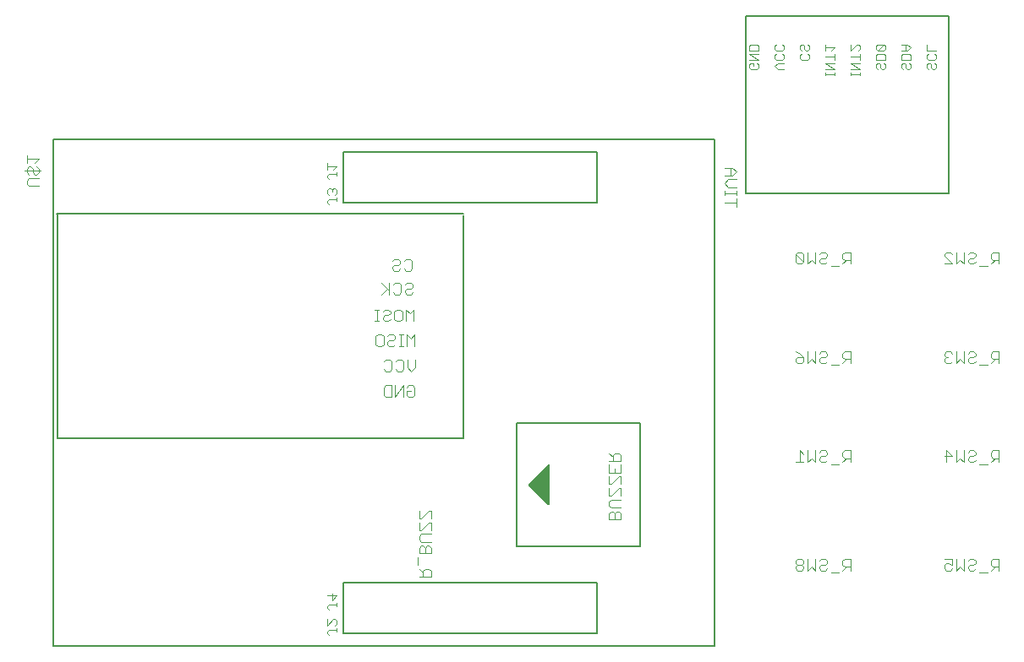
<source format=gbr>
G04 EAGLE Gerber X2 export*
%TF.Part,Single*%
%TF.FileFunction,Legend,Bot,1*%
%TF.FilePolarity,Positive*%
%TF.GenerationSoftware,Autodesk,EAGLE,8.7.0*%
%TF.CreationDate,2018-04-01T16:58:45Z*%
G75*
%MOMM*%
%FSLAX34Y34*%
%LPD*%
%AMOC8*
5,1,8,0,0,1.08239X$1,22.5*%
G01*
%ADD10C,0.101600*%
%ADD11C,0.127000*%
%ADD12C,0.076200*%

G36*
X494552Y325579D02*
X494552Y325579D01*
X494641Y325581D01*
X494663Y325590D01*
X494686Y325593D01*
X494766Y325632D01*
X494848Y325666D01*
X494866Y325682D01*
X494887Y325692D01*
X494948Y325757D01*
X495014Y325817D01*
X495025Y325838D01*
X495041Y325855D01*
X495076Y325937D01*
X495117Y326017D01*
X495120Y326043D01*
X495129Y326062D01*
X495131Y326112D01*
X495144Y326202D01*
X495144Y366202D01*
X495131Y366275D01*
X495131Y366290D01*
X495128Y366298D01*
X495119Y366378D01*
X495109Y366399D01*
X495105Y366423D01*
X495059Y366500D01*
X495020Y366579D01*
X495003Y366596D01*
X494990Y366616D01*
X494921Y366672D01*
X494857Y366733D01*
X494835Y366742D01*
X494816Y366757D01*
X494732Y366786D01*
X494650Y366821D01*
X494626Y366822D01*
X494604Y366829D01*
X494515Y366827D01*
X494426Y366831D01*
X494403Y366823D01*
X494379Y366823D01*
X494297Y366789D01*
X494212Y366762D01*
X494191Y366746D01*
X494172Y366738D01*
X494134Y366704D01*
X494062Y366650D01*
X474062Y346650D01*
X474024Y346597D01*
X473979Y346549D01*
X473960Y346505D01*
X473933Y346466D01*
X473917Y346403D01*
X473891Y346342D01*
X473889Y346295D01*
X473878Y346249D01*
X473884Y346184D01*
X473881Y346118D01*
X473896Y346073D01*
X473901Y346026D01*
X473930Y345967D01*
X473950Y345904D01*
X473983Y345860D01*
X474000Y345825D01*
X474029Y345798D01*
X474062Y345754D01*
X494062Y325754D01*
X494135Y325703D01*
X494204Y325647D01*
X494226Y325639D01*
X494246Y325625D01*
X494332Y325603D01*
X494416Y325575D01*
X494440Y325575D01*
X494463Y325570D01*
X494552Y325579D01*
G37*
D10*
X796556Y567677D02*
X796556Y579371D01*
X790709Y579371D01*
X788760Y577422D01*
X788760Y573524D01*
X790709Y571575D01*
X796556Y571575D01*
X792658Y571575D02*
X788760Y567677D01*
X784862Y565728D02*
X777066Y565728D01*
X765372Y577422D02*
X767321Y579371D01*
X771219Y579371D01*
X773168Y577422D01*
X773168Y575473D01*
X771219Y573524D01*
X767321Y573524D01*
X765372Y571575D01*
X765372Y569626D01*
X767321Y567677D01*
X771219Y567677D01*
X773168Y569626D01*
X761474Y567677D02*
X761474Y579371D01*
X757576Y571575D02*
X761474Y567677D01*
X757576Y571575D02*
X753678Y567677D01*
X753678Y579371D01*
X749780Y577422D02*
X749780Y569626D01*
X749780Y577422D02*
X747831Y579371D01*
X743933Y579371D01*
X741984Y577422D01*
X741984Y569626D01*
X743933Y567677D01*
X747831Y567677D01*
X749780Y569626D01*
X741984Y577422D01*
X796556Y380559D02*
X796556Y368865D01*
X796556Y380559D02*
X790709Y380559D01*
X788760Y378610D01*
X788760Y374712D01*
X790709Y372763D01*
X796556Y372763D01*
X792658Y372763D02*
X788760Y368865D01*
X784862Y366916D02*
X777066Y366916D01*
X765372Y378610D02*
X767321Y380559D01*
X771219Y380559D01*
X773168Y378610D01*
X773168Y376661D01*
X771219Y374712D01*
X767321Y374712D01*
X765372Y372763D01*
X765372Y370814D01*
X767321Y368865D01*
X771219Y368865D01*
X773168Y370814D01*
X761474Y368865D02*
X761474Y380559D01*
X757576Y372763D02*
X761474Y368865D01*
X757576Y372763D02*
X753678Y368865D01*
X753678Y380559D01*
X749780Y376661D02*
X745882Y380559D01*
X745882Y368865D01*
X749780Y368865D02*
X741984Y368865D01*
X945395Y567677D02*
X945395Y579371D01*
X939548Y579371D01*
X937599Y577422D01*
X937599Y573524D01*
X939548Y571575D01*
X945395Y571575D01*
X941497Y571575D02*
X937599Y567677D01*
X933701Y565728D02*
X925905Y565728D01*
X914211Y577422D02*
X916160Y579371D01*
X920058Y579371D01*
X922007Y577422D01*
X922007Y575473D01*
X920058Y573524D01*
X916160Y573524D01*
X914211Y571575D01*
X914211Y569626D01*
X916160Y567677D01*
X920058Y567677D01*
X922007Y569626D01*
X910313Y567677D02*
X910313Y579371D01*
X906415Y571575D02*
X910313Y567677D01*
X906415Y571575D02*
X902517Y567677D01*
X902517Y579371D01*
X898619Y567677D02*
X890823Y567677D01*
X898619Y567677D02*
X890823Y575473D01*
X890823Y577422D01*
X892772Y579371D01*
X896670Y579371D01*
X898619Y577422D01*
X945395Y479818D02*
X945395Y468124D01*
X945395Y479818D02*
X939548Y479818D01*
X937599Y477869D01*
X937599Y473971D01*
X939548Y472022D01*
X945395Y472022D01*
X941497Y472022D02*
X937599Y468124D01*
X933701Y466175D02*
X925905Y466175D01*
X914211Y477869D02*
X916160Y479818D01*
X920058Y479818D01*
X922007Y477869D01*
X922007Y475920D01*
X920058Y473971D01*
X916160Y473971D01*
X914211Y472022D01*
X914211Y470073D01*
X916160Y468124D01*
X920058Y468124D01*
X922007Y470073D01*
X910313Y468124D02*
X910313Y479818D01*
X906415Y472022D02*
X910313Y468124D01*
X906415Y472022D02*
X902517Y468124D01*
X902517Y479818D01*
X898619Y477869D02*
X896670Y479818D01*
X892772Y479818D01*
X890823Y477869D01*
X890823Y475920D01*
X892772Y473971D01*
X894721Y473971D01*
X892772Y473971D02*
X890823Y472022D01*
X890823Y470073D01*
X892772Y468124D01*
X896670Y468124D01*
X898619Y470073D01*
X945395Y380559D02*
X945395Y368865D01*
X945395Y380559D02*
X939548Y380559D01*
X937599Y378610D01*
X937599Y374712D01*
X939548Y372763D01*
X945395Y372763D01*
X941497Y372763D02*
X937599Y368865D01*
X933701Y366916D02*
X925905Y366916D01*
X914211Y378610D02*
X916160Y380559D01*
X920058Y380559D01*
X922007Y378610D01*
X922007Y376661D01*
X920058Y374712D01*
X916160Y374712D01*
X914211Y372763D01*
X914211Y370814D01*
X916160Y368865D01*
X920058Y368865D01*
X922007Y370814D01*
X910313Y368865D02*
X910313Y380559D01*
X906415Y372763D02*
X910313Y368865D01*
X906415Y372763D02*
X902517Y368865D01*
X902517Y380559D01*
X892772Y380559D02*
X892772Y368865D01*
X898619Y374712D02*
X892772Y380559D01*
X890823Y374712D02*
X898619Y374712D01*
X945395Y271846D02*
X945395Y260152D01*
X945395Y271846D02*
X939548Y271846D01*
X937599Y269897D01*
X937599Y265999D01*
X939548Y264050D01*
X945395Y264050D01*
X941497Y264050D02*
X937599Y260152D01*
X933701Y258203D02*
X925905Y258203D01*
X914211Y269897D02*
X916160Y271846D01*
X920058Y271846D01*
X922007Y269897D01*
X922007Y267948D01*
X920058Y265999D01*
X916160Y265999D01*
X914211Y264050D01*
X914211Y262101D01*
X916160Y260152D01*
X920058Y260152D01*
X922007Y262101D01*
X910313Y260152D02*
X910313Y271846D01*
X906415Y264050D02*
X910313Y260152D01*
X906415Y264050D02*
X902517Y260152D01*
X902517Y271846D01*
X898619Y271846D02*
X890823Y271846D01*
X898619Y271846D02*
X898619Y265999D01*
X894721Y267948D01*
X892772Y267948D01*
X890823Y265999D01*
X890823Y262101D01*
X892772Y260152D01*
X896670Y260152D01*
X898619Y262101D01*
X796556Y468124D02*
X796556Y479818D01*
X790709Y479818D01*
X788760Y477869D01*
X788760Y473971D01*
X790709Y472022D01*
X796556Y472022D01*
X792658Y472022D02*
X788760Y468124D01*
X784862Y466175D02*
X777066Y466175D01*
X765372Y477869D02*
X767321Y479818D01*
X771219Y479818D01*
X773168Y477869D01*
X773168Y475920D01*
X771219Y473971D01*
X767321Y473971D01*
X765372Y472022D01*
X765372Y470073D01*
X767321Y468124D01*
X771219Y468124D01*
X773168Y470073D01*
X761474Y468124D02*
X761474Y479818D01*
X757576Y472022D02*
X761474Y468124D01*
X757576Y472022D02*
X753678Y468124D01*
X753678Y479818D01*
X745882Y477869D02*
X741984Y479818D01*
X745882Y477869D02*
X749780Y473971D01*
X749780Y470073D01*
X747831Y468124D01*
X743933Y468124D01*
X741984Y470073D01*
X741984Y472022D01*
X743933Y473971D01*
X749780Y473971D01*
D11*
X543052Y680212D02*
X289052Y680212D01*
X543052Y680212D02*
X543052Y629412D01*
X289052Y629412D01*
X289052Y680212D01*
D12*
X272923Y654560D02*
X274491Y652993D01*
X272923Y654560D02*
X272923Y656128D01*
X274491Y657696D01*
X282329Y657696D01*
X282329Y659263D02*
X282329Y656128D01*
X279194Y662348D02*
X282329Y665483D01*
X272923Y665483D01*
X272923Y662348D02*
X272923Y668619D01*
X272923Y629160D02*
X274491Y627593D01*
X272923Y629160D02*
X272923Y630728D01*
X274491Y632296D01*
X282329Y632296D01*
X282329Y633863D02*
X282329Y630728D01*
X280761Y636948D02*
X282329Y638515D01*
X282329Y641651D01*
X280761Y643219D01*
X279194Y643219D01*
X277626Y641651D01*
X277626Y640083D01*
X277626Y641651D02*
X276058Y643219D01*
X274491Y643219D01*
X272923Y641651D01*
X272923Y638515D01*
X274491Y636948D01*
D11*
X289052Y248412D02*
X543052Y248412D01*
X543052Y197612D01*
X289052Y197612D01*
X289052Y248412D01*
D12*
X272923Y222760D02*
X274491Y221193D01*
X272923Y222760D02*
X272923Y224328D01*
X274491Y225896D01*
X282329Y225896D01*
X282329Y227463D02*
X282329Y224328D01*
X282329Y235251D02*
X272923Y235251D01*
X277626Y230548D02*
X282329Y235251D01*
X277626Y236819D02*
X277626Y230548D01*
X272923Y197360D02*
X274491Y195793D01*
X272923Y197360D02*
X272923Y198928D01*
X274491Y200496D01*
X282329Y200496D01*
X282329Y202063D02*
X282329Y198928D01*
X272923Y205148D02*
X272923Y211419D01*
X272923Y205148D02*
X279194Y211419D01*
X280761Y211419D01*
X282329Y209851D01*
X282329Y206715D01*
X280761Y205148D01*
D11*
X-1588Y692912D02*
X660352Y692912D01*
X660352Y184912D01*
X-1588Y184912D01*
X-1588Y692912D01*
D10*
X-16246Y645638D02*
X-25991Y645638D01*
X-27940Y647587D01*
X-27940Y651485D01*
X-25991Y653434D01*
X-16246Y653434D01*
X-25991Y657332D02*
X-27940Y659281D01*
X-27940Y663179D01*
X-25991Y665128D01*
X-24042Y665128D01*
X-22093Y663179D01*
X-22093Y659281D01*
X-20144Y657332D01*
X-18195Y657332D01*
X-16246Y659281D01*
X-16246Y663179D01*
X-18195Y665128D01*
X-14297Y661230D02*
X-29889Y661230D01*
X-20144Y669026D02*
X-16246Y672924D01*
X-27940Y672924D01*
X-27940Y669026D02*
X-27940Y676822D01*
X670560Y629040D02*
X682254Y629040D01*
X682254Y625142D02*
X682254Y632938D01*
X670560Y636836D02*
X670560Y640734D01*
X670560Y638785D02*
X682254Y638785D01*
X682254Y636836D02*
X682254Y640734D01*
X682254Y644632D02*
X674458Y644632D01*
X670560Y648530D01*
X674458Y652428D01*
X682254Y652428D01*
X678356Y656326D02*
X670560Y656326D01*
X678356Y656326D02*
X682254Y660224D01*
X678356Y664122D01*
X670560Y664122D01*
X676407Y664122D02*
X676407Y656326D01*
D12*
X704618Y767491D02*
X703050Y769059D01*
X704618Y767491D02*
X704618Y764356D01*
X703050Y762788D01*
X696780Y762788D01*
X695212Y764356D01*
X695212Y767491D01*
X696780Y769059D01*
X699915Y769059D01*
X699915Y765923D01*
X695212Y772143D02*
X704618Y772143D01*
X695212Y778414D01*
X704618Y778414D01*
X704618Y781498D02*
X695212Y781498D01*
X695212Y786201D01*
X696780Y787769D01*
X703050Y787769D01*
X704618Y786201D01*
X704618Y781498D01*
X723747Y762788D02*
X730018Y762788D01*
X723747Y762788D02*
X720612Y765923D01*
X723747Y769059D01*
X730018Y769059D01*
X730018Y776846D02*
X728450Y778414D01*
X730018Y776846D02*
X730018Y773711D01*
X728450Y772143D01*
X722180Y772143D01*
X720612Y773711D01*
X720612Y776846D01*
X722180Y778414D01*
X730018Y786201D02*
X728450Y787769D01*
X730018Y786201D02*
X730018Y783066D01*
X728450Y781498D01*
X722180Y781498D01*
X720612Y783066D01*
X720612Y786201D01*
X722180Y787769D01*
X753850Y778414D02*
X755418Y776846D01*
X755418Y773711D01*
X753850Y772143D01*
X747580Y772143D01*
X746012Y773711D01*
X746012Y776846D01*
X747580Y778414D01*
X755418Y786201D02*
X753850Y787769D01*
X755418Y786201D02*
X755418Y783066D01*
X753850Y781498D01*
X752283Y781498D01*
X750715Y783066D01*
X750715Y786201D01*
X749147Y787769D01*
X747580Y787769D01*
X746012Y786201D01*
X746012Y783066D01*
X747580Y781498D01*
X771412Y759687D02*
X771412Y756551D01*
X771412Y758119D02*
X780818Y758119D01*
X780818Y756551D02*
X780818Y759687D01*
X780818Y762788D02*
X771412Y762788D01*
X771412Y769059D02*
X780818Y762788D01*
X780818Y769059D02*
X771412Y769059D01*
X771412Y775279D02*
X780818Y775279D01*
X780818Y778414D02*
X780818Y772143D01*
X777683Y781498D02*
X780818Y784634D01*
X771412Y784634D01*
X771412Y787769D02*
X771412Y781498D01*
X796812Y759687D02*
X796812Y756551D01*
X796812Y758119D02*
X806218Y758119D01*
X806218Y756551D02*
X806218Y759687D01*
X806218Y762788D02*
X796812Y762788D01*
X796812Y769059D02*
X806218Y762788D01*
X806218Y769059D02*
X796812Y769059D01*
X796812Y775279D02*
X806218Y775279D01*
X806218Y778414D02*
X806218Y772143D01*
X796812Y781498D02*
X796812Y787769D01*
X796812Y781498D02*
X803083Y787769D01*
X804650Y787769D01*
X806218Y786201D01*
X806218Y783066D01*
X804650Y781498D01*
X830050Y769059D02*
X831618Y767491D01*
X831618Y764356D01*
X830050Y762788D01*
X828483Y762788D01*
X826915Y764356D01*
X826915Y767491D01*
X825347Y769059D01*
X823780Y769059D01*
X822212Y767491D01*
X822212Y764356D01*
X823780Y762788D01*
X822212Y772143D02*
X831618Y772143D01*
X822212Y772143D02*
X822212Y776846D01*
X823780Y778414D01*
X830050Y778414D01*
X831618Y776846D01*
X831618Y772143D01*
X830050Y781498D02*
X823780Y781498D01*
X830050Y781498D02*
X831618Y783066D01*
X831618Y786201D01*
X830050Y787769D01*
X823780Y787769D01*
X822212Y786201D01*
X822212Y783066D01*
X823780Y781498D01*
X830050Y787769D01*
X855450Y769059D02*
X857018Y767491D01*
X857018Y764356D01*
X855450Y762788D01*
X853883Y762788D01*
X852315Y764356D01*
X852315Y767491D01*
X850747Y769059D01*
X849180Y769059D01*
X847612Y767491D01*
X847612Y764356D01*
X849180Y762788D01*
X847612Y772143D02*
X857018Y772143D01*
X847612Y772143D02*
X847612Y776846D01*
X849180Y778414D01*
X855450Y778414D01*
X857018Y776846D01*
X857018Y772143D01*
X853883Y781498D02*
X847612Y781498D01*
X853883Y781498D02*
X857018Y784634D01*
X853883Y787769D01*
X847612Y787769D01*
X852315Y787769D02*
X852315Y781498D01*
X880850Y769059D02*
X882418Y767491D01*
X882418Y764356D01*
X880850Y762788D01*
X879283Y762788D01*
X877715Y764356D01*
X877715Y767491D01*
X876147Y769059D01*
X874580Y769059D01*
X873012Y767491D01*
X873012Y764356D01*
X874580Y762788D01*
X882418Y776846D02*
X880850Y778414D01*
X882418Y776846D02*
X882418Y773711D01*
X880850Y772143D01*
X874580Y772143D01*
X873012Y773711D01*
X873012Y776846D01*
X874580Y778414D01*
X873012Y781498D02*
X882418Y781498D01*
X873012Y781498D02*
X873012Y787769D01*
D11*
X692291Y815873D02*
X692291Y638073D01*
X895491Y638073D01*
X895491Y815873D01*
X692291Y815873D01*
X3027Y619119D02*
X3027Y392731D01*
X408935Y392731D01*
X409552Y616579D01*
X409306Y617948D02*
X1623Y617948D01*
D10*
X349577Y570441D02*
X351526Y572390D01*
X355424Y572390D01*
X357373Y570441D01*
X357373Y562645D01*
X355424Y560696D01*
X351526Y560696D01*
X349577Y562645D01*
X339832Y572390D02*
X337883Y570441D01*
X339832Y572390D02*
X343730Y572390D01*
X345679Y570441D01*
X345679Y568492D01*
X343730Y566543D01*
X339832Y566543D01*
X337883Y564594D01*
X337883Y562645D01*
X339832Y560696D01*
X343730Y560696D01*
X345679Y562645D01*
X352387Y548644D02*
X350438Y546695D01*
X352387Y548644D02*
X356285Y548644D01*
X358234Y546695D01*
X358234Y544746D01*
X356285Y542797D01*
X352387Y542797D01*
X350438Y540848D01*
X350438Y538899D01*
X352387Y536950D01*
X356285Y536950D01*
X358234Y538899D01*
X340693Y548644D02*
X338744Y546695D01*
X340693Y548644D02*
X344591Y548644D01*
X346540Y546695D01*
X346540Y538899D01*
X344591Y536950D01*
X340693Y536950D01*
X338744Y538899D01*
X334846Y536950D02*
X334846Y548644D01*
X334846Y540848D02*
X327050Y548644D01*
X332897Y542797D02*
X327050Y536950D01*
X359527Y521875D02*
X359527Y510181D01*
X355629Y517977D02*
X359527Y521875D01*
X355629Y517977D02*
X351731Y521875D01*
X351731Y510181D01*
X345884Y521875D02*
X341986Y521875D01*
X345884Y521875D02*
X347833Y519926D01*
X347833Y512130D01*
X345884Y510181D01*
X341986Y510181D01*
X340037Y512130D01*
X340037Y519926D01*
X341986Y521875D01*
X330292Y521875D02*
X328343Y519926D01*
X330292Y521875D02*
X334190Y521875D01*
X336139Y519926D01*
X336139Y517977D01*
X334190Y516028D01*
X330292Y516028D01*
X328343Y514079D01*
X328343Y512130D01*
X330292Y510181D01*
X334190Y510181D01*
X336139Y512130D01*
X324445Y510181D02*
X320547Y510181D01*
X322496Y510181D02*
X322496Y521875D01*
X324445Y521875D02*
X320547Y521875D01*
X360388Y496835D02*
X360388Y485142D01*
X356490Y492937D02*
X360388Y496835D01*
X356490Y492937D02*
X352592Y496835D01*
X352592Y485142D01*
X348694Y485142D02*
X344796Y485142D01*
X346745Y485142D02*
X346745Y496835D01*
X348694Y496835D02*
X344796Y496835D01*
X335051Y496835D02*
X333102Y494886D01*
X335051Y496835D02*
X338949Y496835D01*
X340898Y494886D01*
X340898Y492937D01*
X338949Y490988D01*
X335051Y490988D01*
X333102Y489039D01*
X333102Y487090D01*
X335051Y485142D01*
X338949Y485142D01*
X340898Y487090D01*
X327255Y496835D02*
X323357Y496835D01*
X327255Y496835D02*
X329204Y494886D01*
X329204Y487090D01*
X327255Y485142D01*
X323357Y485142D01*
X321408Y487090D01*
X321408Y494886D01*
X323357Y496835D01*
X360817Y471794D02*
X360817Y463998D01*
X356919Y460100D01*
X353021Y463998D01*
X353021Y471794D01*
X343276Y471794D02*
X341327Y469845D01*
X343276Y471794D02*
X347174Y471794D01*
X349123Y469845D01*
X349123Y462049D01*
X347174Y460100D01*
X343276Y460100D01*
X341327Y462049D01*
X331582Y471794D02*
X329633Y469845D01*
X331582Y471794D02*
X335480Y471794D01*
X337429Y469845D01*
X337429Y462049D01*
X335480Y460100D01*
X331582Y460100D01*
X329633Y462049D01*
X352592Y443939D02*
X354541Y445888D01*
X358439Y445888D01*
X360388Y443939D01*
X360388Y436143D01*
X358439Y434194D01*
X354541Y434194D01*
X352592Y436143D01*
X352592Y440041D01*
X356490Y440041D01*
X348694Y434194D02*
X348694Y445888D01*
X340898Y434194D01*
X340898Y445888D01*
X337000Y445888D02*
X337000Y434194D01*
X331153Y434194D01*
X329204Y436143D01*
X329204Y443939D01*
X331153Y445888D01*
X337000Y445888D01*
X796556Y271846D02*
X796556Y260152D01*
X796556Y271846D02*
X790709Y271846D01*
X788760Y269897D01*
X788760Y265999D01*
X790709Y264050D01*
X796556Y264050D01*
X792658Y264050D02*
X788760Y260152D01*
X784862Y258203D02*
X777066Y258203D01*
X765372Y269897D02*
X767321Y271846D01*
X771219Y271846D01*
X773168Y269897D01*
X773168Y267948D01*
X771219Y265999D01*
X767321Y265999D01*
X765372Y264050D01*
X765372Y262101D01*
X767321Y260152D01*
X771219Y260152D01*
X773168Y262101D01*
X761474Y260152D02*
X761474Y271846D01*
X757576Y264050D02*
X761474Y260152D01*
X757576Y264050D02*
X753678Y260152D01*
X753678Y271846D01*
X749780Y269897D02*
X747831Y271846D01*
X743933Y271846D01*
X741984Y269897D01*
X741984Y267948D01*
X743933Y265999D01*
X741984Y264050D01*
X741984Y262101D01*
X743933Y260152D01*
X747831Y260152D01*
X749780Y262101D01*
X749780Y264050D01*
X747831Y265999D01*
X749780Y267948D01*
X749780Y269897D01*
X747831Y265999D02*
X743933Y265999D01*
D11*
X462510Y284202D02*
X462510Y408202D01*
X586510Y408202D01*
X586510Y284202D01*
X462510Y284202D01*
D10*
X555018Y311710D02*
X566712Y311710D01*
X566712Y317557D01*
X564763Y319506D01*
X562814Y319506D01*
X560865Y317557D01*
X558916Y319506D01*
X556967Y319506D01*
X555018Y317557D01*
X555018Y311710D01*
X560865Y311710D02*
X560865Y317557D01*
X556967Y323404D02*
X566712Y323404D01*
X556967Y323404D02*
X555018Y325353D01*
X555018Y329251D01*
X556967Y331200D01*
X566712Y331200D01*
X566712Y335098D02*
X566712Y342894D01*
X564763Y342894D01*
X556967Y335098D01*
X555018Y335098D01*
X555018Y342894D01*
X566712Y346792D02*
X566712Y354588D01*
X564763Y354588D01*
X556967Y346792D01*
X555018Y346792D01*
X555018Y354588D01*
X566712Y358486D02*
X566712Y366282D01*
X566712Y358486D02*
X555018Y358486D01*
X555018Y366282D01*
X560865Y362384D02*
X560865Y358486D01*
X555018Y370180D02*
X566712Y370180D01*
X566712Y376027D01*
X564763Y377976D01*
X560865Y377976D01*
X558916Y376027D01*
X558916Y370180D01*
X558916Y374078D02*
X555018Y377976D01*
X376692Y253940D02*
X364998Y253940D01*
X376692Y253940D02*
X376692Y259787D01*
X374743Y261736D01*
X370845Y261736D01*
X368896Y259787D01*
X368896Y253940D01*
X368896Y257838D02*
X364998Y261736D01*
X363049Y265634D02*
X363049Y273430D01*
X364998Y277328D02*
X376692Y277328D01*
X376692Y283175D01*
X374743Y285124D01*
X372794Y285124D01*
X370845Y283175D01*
X368896Y285124D01*
X366947Y285124D01*
X364998Y283175D01*
X364998Y277328D01*
X370845Y277328D02*
X370845Y283175D01*
X366947Y289022D02*
X376692Y289022D01*
X366947Y289022D02*
X364998Y290971D01*
X364998Y294869D01*
X366947Y296818D01*
X376692Y296818D01*
X376692Y300716D02*
X376692Y308512D01*
X374743Y308512D01*
X366947Y300716D01*
X364998Y300716D01*
X364998Y308512D01*
X376692Y312410D02*
X376692Y320206D01*
X374743Y320206D01*
X366947Y312410D01*
X364998Y312410D01*
X364998Y320206D01*
M02*

</source>
